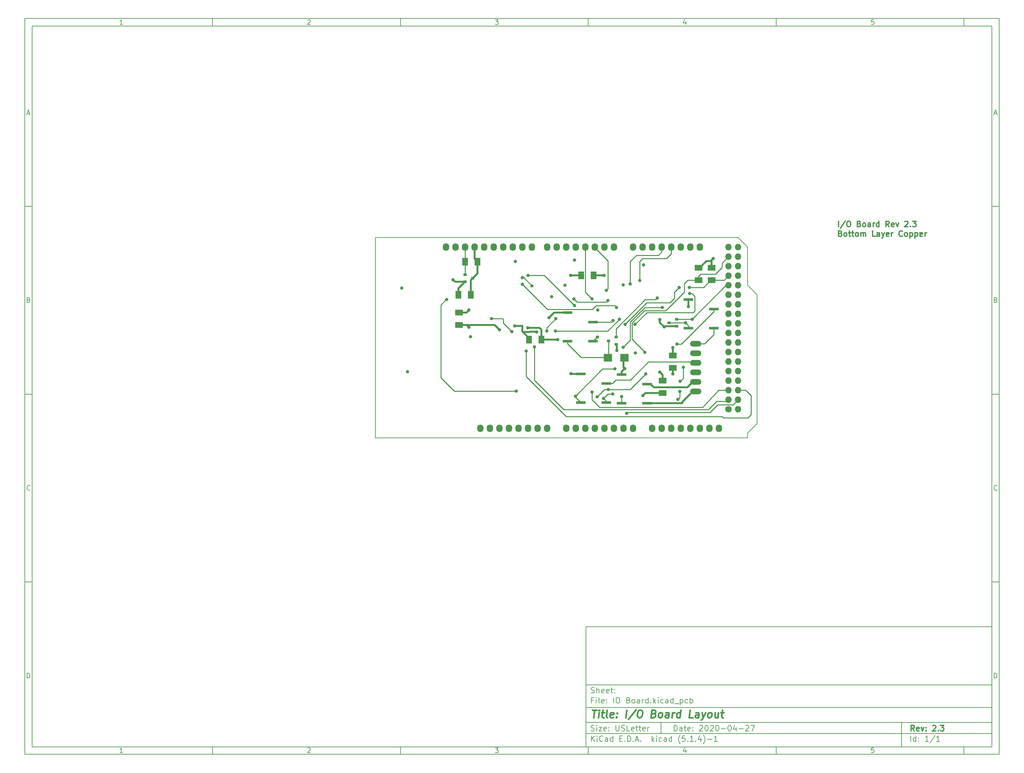
<source format=gbr>
G04 #@! TF.GenerationSoftware,KiCad,Pcbnew,(5.1.4)-1*
G04 #@! TF.CreationDate,2020-04-27T14:37:10-04:00*
G04 #@! TF.ProjectId,IO Board,494f2042-6f61-4726-942e-6b696361645f,2.3*
G04 #@! TF.SameCoordinates,Original*
G04 #@! TF.FileFunction,Copper,L4,Bot*
G04 #@! TF.FilePolarity,Positive*
%FSLAX46Y46*%
G04 Gerber Fmt 4.6, Leading zero omitted, Abs format (unit mm)*
G04 Created by KiCad (PCBNEW (5.1.4)-1) date 2020-04-27 14:37:10*
%MOMM*%
%LPD*%
G04 APERTURE LIST*
%ADD10C,0.100000*%
%ADD11C,0.150000*%
%ADD12C,0.300000*%
%ADD13C,0.400000*%
%ADD14R,2.200000X2.150000*%
%ADD15R,2.032000X1.524000*%
%ADD16R,0.900000X0.800000*%
%ADD17R,2.660000X0.800000*%
%ADD18C,1.727200*%
%ADD19O,1.727200X1.727200*%
%ADD20O,1.727200X2.032000*%
%ADD21R,1.524000X2.032000*%
%ADD22O,3.010000X1.510000*%
%ADD23C,0.889000*%
%ADD24C,0.508000*%
%ADD25C,0.254000*%
G04 APERTURE END LIST*
D10*
D11*
X159400000Y-171900000D02*
X159400000Y-203900000D01*
X267400000Y-203900000D01*
X267400000Y-171900000D01*
X159400000Y-171900000D01*
D10*
D11*
X10000000Y-10000000D02*
X10000000Y-205900000D01*
X269400000Y-205900000D01*
X269400000Y-10000000D01*
X10000000Y-10000000D01*
D10*
D11*
X12000000Y-12000000D02*
X12000000Y-203900000D01*
X267400000Y-203900000D01*
X267400000Y-12000000D01*
X12000000Y-12000000D01*
D10*
D11*
X60000000Y-12000000D02*
X60000000Y-10000000D01*
D10*
D11*
X110000000Y-12000000D02*
X110000000Y-10000000D01*
D10*
D11*
X160000000Y-12000000D02*
X160000000Y-10000000D01*
D10*
D11*
X210000000Y-12000000D02*
X210000000Y-10000000D01*
D10*
D11*
X260000000Y-12000000D02*
X260000000Y-10000000D01*
D10*
D11*
X36065476Y-11588095D02*
X35322619Y-11588095D01*
X35694047Y-11588095D02*
X35694047Y-10288095D01*
X35570238Y-10473809D01*
X35446428Y-10597619D01*
X35322619Y-10659523D01*
D10*
D11*
X85322619Y-10411904D02*
X85384523Y-10350000D01*
X85508333Y-10288095D01*
X85817857Y-10288095D01*
X85941666Y-10350000D01*
X86003571Y-10411904D01*
X86065476Y-10535714D01*
X86065476Y-10659523D01*
X86003571Y-10845238D01*
X85260714Y-11588095D01*
X86065476Y-11588095D01*
D10*
D11*
X135260714Y-10288095D02*
X136065476Y-10288095D01*
X135632142Y-10783333D01*
X135817857Y-10783333D01*
X135941666Y-10845238D01*
X136003571Y-10907142D01*
X136065476Y-11030952D01*
X136065476Y-11340476D01*
X136003571Y-11464285D01*
X135941666Y-11526190D01*
X135817857Y-11588095D01*
X135446428Y-11588095D01*
X135322619Y-11526190D01*
X135260714Y-11464285D01*
D10*
D11*
X185941666Y-10721428D02*
X185941666Y-11588095D01*
X185632142Y-10226190D02*
X185322619Y-11154761D01*
X186127380Y-11154761D01*
D10*
D11*
X236003571Y-10288095D02*
X235384523Y-10288095D01*
X235322619Y-10907142D01*
X235384523Y-10845238D01*
X235508333Y-10783333D01*
X235817857Y-10783333D01*
X235941666Y-10845238D01*
X236003571Y-10907142D01*
X236065476Y-11030952D01*
X236065476Y-11340476D01*
X236003571Y-11464285D01*
X235941666Y-11526190D01*
X235817857Y-11588095D01*
X235508333Y-11588095D01*
X235384523Y-11526190D01*
X235322619Y-11464285D01*
D10*
D11*
X60000000Y-203900000D02*
X60000000Y-205900000D01*
D10*
D11*
X110000000Y-203900000D02*
X110000000Y-205900000D01*
D10*
D11*
X160000000Y-203900000D02*
X160000000Y-205900000D01*
D10*
D11*
X210000000Y-203900000D02*
X210000000Y-205900000D01*
D10*
D11*
X260000000Y-203900000D02*
X260000000Y-205900000D01*
D10*
D11*
X36065476Y-205488095D02*
X35322619Y-205488095D01*
X35694047Y-205488095D02*
X35694047Y-204188095D01*
X35570238Y-204373809D01*
X35446428Y-204497619D01*
X35322619Y-204559523D01*
D10*
D11*
X85322619Y-204311904D02*
X85384523Y-204250000D01*
X85508333Y-204188095D01*
X85817857Y-204188095D01*
X85941666Y-204250000D01*
X86003571Y-204311904D01*
X86065476Y-204435714D01*
X86065476Y-204559523D01*
X86003571Y-204745238D01*
X85260714Y-205488095D01*
X86065476Y-205488095D01*
D10*
D11*
X135260714Y-204188095D02*
X136065476Y-204188095D01*
X135632142Y-204683333D01*
X135817857Y-204683333D01*
X135941666Y-204745238D01*
X136003571Y-204807142D01*
X136065476Y-204930952D01*
X136065476Y-205240476D01*
X136003571Y-205364285D01*
X135941666Y-205426190D01*
X135817857Y-205488095D01*
X135446428Y-205488095D01*
X135322619Y-205426190D01*
X135260714Y-205364285D01*
D10*
D11*
X185941666Y-204621428D02*
X185941666Y-205488095D01*
X185632142Y-204126190D02*
X185322619Y-205054761D01*
X186127380Y-205054761D01*
D10*
D11*
X236003571Y-204188095D02*
X235384523Y-204188095D01*
X235322619Y-204807142D01*
X235384523Y-204745238D01*
X235508333Y-204683333D01*
X235817857Y-204683333D01*
X235941666Y-204745238D01*
X236003571Y-204807142D01*
X236065476Y-204930952D01*
X236065476Y-205240476D01*
X236003571Y-205364285D01*
X235941666Y-205426190D01*
X235817857Y-205488095D01*
X235508333Y-205488095D01*
X235384523Y-205426190D01*
X235322619Y-205364285D01*
D10*
D11*
X10000000Y-60000000D02*
X12000000Y-60000000D01*
D10*
D11*
X10000000Y-110000000D02*
X12000000Y-110000000D01*
D10*
D11*
X10000000Y-160000000D02*
X12000000Y-160000000D01*
D10*
D11*
X10690476Y-35216666D02*
X11309523Y-35216666D01*
X10566666Y-35588095D02*
X11000000Y-34288095D01*
X11433333Y-35588095D01*
D10*
D11*
X11092857Y-84907142D02*
X11278571Y-84969047D01*
X11340476Y-85030952D01*
X11402380Y-85154761D01*
X11402380Y-85340476D01*
X11340476Y-85464285D01*
X11278571Y-85526190D01*
X11154761Y-85588095D01*
X10659523Y-85588095D01*
X10659523Y-84288095D01*
X11092857Y-84288095D01*
X11216666Y-84350000D01*
X11278571Y-84411904D01*
X11340476Y-84535714D01*
X11340476Y-84659523D01*
X11278571Y-84783333D01*
X11216666Y-84845238D01*
X11092857Y-84907142D01*
X10659523Y-84907142D01*
D10*
D11*
X11402380Y-135464285D02*
X11340476Y-135526190D01*
X11154761Y-135588095D01*
X11030952Y-135588095D01*
X10845238Y-135526190D01*
X10721428Y-135402380D01*
X10659523Y-135278571D01*
X10597619Y-135030952D01*
X10597619Y-134845238D01*
X10659523Y-134597619D01*
X10721428Y-134473809D01*
X10845238Y-134350000D01*
X11030952Y-134288095D01*
X11154761Y-134288095D01*
X11340476Y-134350000D01*
X11402380Y-134411904D01*
D10*
D11*
X10659523Y-185588095D02*
X10659523Y-184288095D01*
X10969047Y-184288095D01*
X11154761Y-184350000D01*
X11278571Y-184473809D01*
X11340476Y-184597619D01*
X11402380Y-184845238D01*
X11402380Y-185030952D01*
X11340476Y-185278571D01*
X11278571Y-185402380D01*
X11154761Y-185526190D01*
X10969047Y-185588095D01*
X10659523Y-185588095D01*
D10*
D11*
X269400000Y-60000000D02*
X267400000Y-60000000D01*
D10*
D11*
X269400000Y-110000000D02*
X267400000Y-110000000D01*
D10*
D11*
X269400000Y-160000000D02*
X267400000Y-160000000D01*
D10*
D11*
X268090476Y-35216666D02*
X268709523Y-35216666D01*
X267966666Y-35588095D02*
X268400000Y-34288095D01*
X268833333Y-35588095D01*
D10*
D11*
X268492857Y-84907142D02*
X268678571Y-84969047D01*
X268740476Y-85030952D01*
X268802380Y-85154761D01*
X268802380Y-85340476D01*
X268740476Y-85464285D01*
X268678571Y-85526190D01*
X268554761Y-85588095D01*
X268059523Y-85588095D01*
X268059523Y-84288095D01*
X268492857Y-84288095D01*
X268616666Y-84350000D01*
X268678571Y-84411904D01*
X268740476Y-84535714D01*
X268740476Y-84659523D01*
X268678571Y-84783333D01*
X268616666Y-84845238D01*
X268492857Y-84907142D01*
X268059523Y-84907142D01*
D10*
D11*
X268802380Y-135464285D02*
X268740476Y-135526190D01*
X268554761Y-135588095D01*
X268430952Y-135588095D01*
X268245238Y-135526190D01*
X268121428Y-135402380D01*
X268059523Y-135278571D01*
X267997619Y-135030952D01*
X267997619Y-134845238D01*
X268059523Y-134597619D01*
X268121428Y-134473809D01*
X268245238Y-134350000D01*
X268430952Y-134288095D01*
X268554761Y-134288095D01*
X268740476Y-134350000D01*
X268802380Y-134411904D01*
D10*
D11*
X268059523Y-185588095D02*
X268059523Y-184288095D01*
X268369047Y-184288095D01*
X268554761Y-184350000D01*
X268678571Y-184473809D01*
X268740476Y-184597619D01*
X268802380Y-184845238D01*
X268802380Y-185030952D01*
X268740476Y-185278571D01*
X268678571Y-185402380D01*
X268554761Y-185526190D01*
X268369047Y-185588095D01*
X268059523Y-185588095D01*
D10*
D11*
X182832142Y-199678571D02*
X182832142Y-198178571D01*
X183189285Y-198178571D01*
X183403571Y-198250000D01*
X183546428Y-198392857D01*
X183617857Y-198535714D01*
X183689285Y-198821428D01*
X183689285Y-199035714D01*
X183617857Y-199321428D01*
X183546428Y-199464285D01*
X183403571Y-199607142D01*
X183189285Y-199678571D01*
X182832142Y-199678571D01*
X184975000Y-199678571D02*
X184975000Y-198892857D01*
X184903571Y-198750000D01*
X184760714Y-198678571D01*
X184475000Y-198678571D01*
X184332142Y-198750000D01*
X184975000Y-199607142D02*
X184832142Y-199678571D01*
X184475000Y-199678571D01*
X184332142Y-199607142D01*
X184260714Y-199464285D01*
X184260714Y-199321428D01*
X184332142Y-199178571D01*
X184475000Y-199107142D01*
X184832142Y-199107142D01*
X184975000Y-199035714D01*
X185475000Y-198678571D02*
X186046428Y-198678571D01*
X185689285Y-198178571D02*
X185689285Y-199464285D01*
X185760714Y-199607142D01*
X185903571Y-199678571D01*
X186046428Y-199678571D01*
X187117857Y-199607142D02*
X186975000Y-199678571D01*
X186689285Y-199678571D01*
X186546428Y-199607142D01*
X186475000Y-199464285D01*
X186475000Y-198892857D01*
X186546428Y-198750000D01*
X186689285Y-198678571D01*
X186975000Y-198678571D01*
X187117857Y-198750000D01*
X187189285Y-198892857D01*
X187189285Y-199035714D01*
X186475000Y-199178571D01*
X187832142Y-199535714D02*
X187903571Y-199607142D01*
X187832142Y-199678571D01*
X187760714Y-199607142D01*
X187832142Y-199535714D01*
X187832142Y-199678571D01*
X187832142Y-198750000D02*
X187903571Y-198821428D01*
X187832142Y-198892857D01*
X187760714Y-198821428D01*
X187832142Y-198750000D01*
X187832142Y-198892857D01*
X189617857Y-198321428D02*
X189689285Y-198250000D01*
X189832142Y-198178571D01*
X190189285Y-198178571D01*
X190332142Y-198250000D01*
X190403571Y-198321428D01*
X190475000Y-198464285D01*
X190475000Y-198607142D01*
X190403571Y-198821428D01*
X189546428Y-199678571D01*
X190475000Y-199678571D01*
X191403571Y-198178571D02*
X191546428Y-198178571D01*
X191689285Y-198250000D01*
X191760714Y-198321428D01*
X191832142Y-198464285D01*
X191903571Y-198750000D01*
X191903571Y-199107142D01*
X191832142Y-199392857D01*
X191760714Y-199535714D01*
X191689285Y-199607142D01*
X191546428Y-199678571D01*
X191403571Y-199678571D01*
X191260714Y-199607142D01*
X191189285Y-199535714D01*
X191117857Y-199392857D01*
X191046428Y-199107142D01*
X191046428Y-198750000D01*
X191117857Y-198464285D01*
X191189285Y-198321428D01*
X191260714Y-198250000D01*
X191403571Y-198178571D01*
X192475000Y-198321428D02*
X192546428Y-198250000D01*
X192689285Y-198178571D01*
X193046428Y-198178571D01*
X193189285Y-198250000D01*
X193260714Y-198321428D01*
X193332142Y-198464285D01*
X193332142Y-198607142D01*
X193260714Y-198821428D01*
X192403571Y-199678571D01*
X193332142Y-199678571D01*
X194260714Y-198178571D02*
X194403571Y-198178571D01*
X194546428Y-198250000D01*
X194617857Y-198321428D01*
X194689285Y-198464285D01*
X194760714Y-198750000D01*
X194760714Y-199107142D01*
X194689285Y-199392857D01*
X194617857Y-199535714D01*
X194546428Y-199607142D01*
X194403571Y-199678571D01*
X194260714Y-199678571D01*
X194117857Y-199607142D01*
X194046428Y-199535714D01*
X193975000Y-199392857D01*
X193903571Y-199107142D01*
X193903571Y-198750000D01*
X193975000Y-198464285D01*
X194046428Y-198321428D01*
X194117857Y-198250000D01*
X194260714Y-198178571D01*
X195403571Y-199107142D02*
X196546428Y-199107142D01*
X197546428Y-198178571D02*
X197689285Y-198178571D01*
X197832142Y-198250000D01*
X197903571Y-198321428D01*
X197975000Y-198464285D01*
X198046428Y-198750000D01*
X198046428Y-199107142D01*
X197975000Y-199392857D01*
X197903571Y-199535714D01*
X197832142Y-199607142D01*
X197689285Y-199678571D01*
X197546428Y-199678571D01*
X197403571Y-199607142D01*
X197332142Y-199535714D01*
X197260714Y-199392857D01*
X197189285Y-199107142D01*
X197189285Y-198750000D01*
X197260714Y-198464285D01*
X197332142Y-198321428D01*
X197403571Y-198250000D01*
X197546428Y-198178571D01*
X199332142Y-198678571D02*
X199332142Y-199678571D01*
X198975000Y-198107142D02*
X198617857Y-199178571D01*
X199546428Y-199178571D01*
X200117857Y-199107142D02*
X201260714Y-199107142D01*
X201903571Y-198321428D02*
X201975000Y-198250000D01*
X202117857Y-198178571D01*
X202475000Y-198178571D01*
X202617857Y-198250000D01*
X202689285Y-198321428D01*
X202760714Y-198464285D01*
X202760714Y-198607142D01*
X202689285Y-198821428D01*
X201832142Y-199678571D01*
X202760714Y-199678571D01*
X203260714Y-198178571D02*
X204260714Y-198178571D01*
X203617857Y-199678571D01*
D10*
D11*
X159400000Y-200400000D02*
X267400000Y-200400000D01*
D10*
D11*
X160832142Y-202478571D02*
X160832142Y-200978571D01*
X161689285Y-202478571D02*
X161046428Y-201621428D01*
X161689285Y-200978571D02*
X160832142Y-201835714D01*
X162332142Y-202478571D02*
X162332142Y-201478571D01*
X162332142Y-200978571D02*
X162260714Y-201050000D01*
X162332142Y-201121428D01*
X162403571Y-201050000D01*
X162332142Y-200978571D01*
X162332142Y-201121428D01*
X163903571Y-202335714D02*
X163832142Y-202407142D01*
X163617857Y-202478571D01*
X163475000Y-202478571D01*
X163260714Y-202407142D01*
X163117857Y-202264285D01*
X163046428Y-202121428D01*
X162975000Y-201835714D01*
X162975000Y-201621428D01*
X163046428Y-201335714D01*
X163117857Y-201192857D01*
X163260714Y-201050000D01*
X163475000Y-200978571D01*
X163617857Y-200978571D01*
X163832142Y-201050000D01*
X163903571Y-201121428D01*
X165189285Y-202478571D02*
X165189285Y-201692857D01*
X165117857Y-201550000D01*
X164975000Y-201478571D01*
X164689285Y-201478571D01*
X164546428Y-201550000D01*
X165189285Y-202407142D02*
X165046428Y-202478571D01*
X164689285Y-202478571D01*
X164546428Y-202407142D01*
X164475000Y-202264285D01*
X164475000Y-202121428D01*
X164546428Y-201978571D01*
X164689285Y-201907142D01*
X165046428Y-201907142D01*
X165189285Y-201835714D01*
X166546428Y-202478571D02*
X166546428Y-200978571D01*
X166546428Y-202407142D02*
X166403571Y-202478571D01*
X166117857Y-202478571D01*
X165975000Y-202407142D01*
X165903571Y-202335714D01*
X165832142Y-202192857D01*
X165832142Y-201764285D01*
X165903571Y-201621428D01*
X165975000Y-201550000D01*
X166117857Y-201478571D01*
X166403571Y-201478571D01*
X166546428Y-201550000D01*
X168403571Y-201692857D02*
X168903571Y-201692857D01*
X169117857Y-202478571D02*
X168403571Y-202478571D01*
X168403571Y-200978571D01*
X169117857Y-200978571D01*
X169760714Y-202335714D02*
X169832142Y-202407142D01*
X169760714Y-202478571D01*
X169689285Y-202407142D01*
X169760714Y-202335714D01*
X169760714Y-202478571D01*
X170475000Y-202478571D02*
X170475000Y-200978571D01*
X170832142Y-200978571D01*
X171046428Y-201050000D01*
X171189285Y-201192857D01*
X171260714Y-201335714D01*
X171332142Y-201621428D01*
X171332142Y-201835714D01*
X171260714Y-202121428D01*
X171189285Y-202264285D01*
X171046428Y-202407142D01*
X170832142Y-202478571D01*
X170475000Y-202478571D01*
X171975000Y-202335714D02*
X172046428Y-202407142D01*
X171975000Y-202478571D01*
X171903571Y-202407142D01*
X171975000Y-202335714D01*
X171975000Y-202478571D01*
X172617857Y-202050000D02*
X173332142Y-202050000D01*
X172475000Y-202478571D02*
X172975000Y-200978571D01*
X173475000Y-202478571D01*
X173975000Y-202335714D02*
X174046428Y-202407142D01*
X173975000Y-202478571D01*
X173903571Y-202407142D01*
X173975000Y-202335714D01*
X173975000Y-202478571D01*
X176975000Y-202478571D02*
X176975000Y-200978571D01*
X177117857Y-201907142D02*
X177546428Y-202478571D01*
X177546428Y-201478571D02*
X176975000Y-202050000D01*
X178189285Y-202478571D02*
X178189285Y-201478571D01*
X178189285Y-200978571D02*
X178117857Y-201050000D01*
X178189285Y-201121428D01*
X178260714Y-201050000D01*
X178189285Y-200978571D01*
X178189285Y-201121428D01*
X179546428Y-202407142D02*
X179403571Y-202478571D01*
X179117857Y-202478571D01*
X178975000Y-202407142D01*
X178903571Y-202335714D01*
X178832142Y-202192857D01*
X178832142Y-201764285D01*
X178903571Y-201621428D01*
X178975000Y-201550000D01*
X179117857Y-201478571D01*
X179403571Y-201478571D01*
X179546428Y-201550000D01*
X180832142Y-202478571D02*
X180832142Y-201692857D01*
X180760714Y-201550000D01*
X180617857Y-201478571D01*
X180332142Y-201478571D01*
X180189285Y-201550000D01*
X180832142Y-202407142D02*
X180689285Y-202478571D01*
X180332142Y-202478571D01*
X180189285Y-202407142D01*
X180117857Y-202264285D01*
X180117857Y-202121428D01*
X180189285Y-201978571D01*
X180332142Y-201907142D01*
X180689285Y-201907142D01*
X180832142Y-201835714D01*
X182189285Y-202478571D02*
X182189285Y-200978571D01*
X182189285Y-202407142D02*
X182046428Y-202478571D01*
X181760714Y-202478571D01*
X181617857Y-202407142D01*
X181546428Y-202335714D01*
X181475000Y-202192857D01*
X181475000Y-201764285D01*
X181546428Y-201621428D01*
X181617857Y-201550000D01*
X181760714Y-201478571D01*
X182046428Y-201478571D01*
X182189285Y-201550000D01*
X184475000Y-203050000D02*
X184403571Y-202978571D01*
X184260714Y-202764285D01*
X184189285Y-202621428D01*
X184117857Y-202407142D01*
X184046428Y-202050000D01*
X184046428Y-201764285D01*
X184117857Y-201407142D01*
X184189285Y-201192857D01*
X184260714Y-201050000D01*
X184403571Y-200835714D01*
X184475000Y-200764285D01*
X185760714Y-200978571D02*
X185046428Y-200978571D01*
X184975000Y-201692857D01*
X185046428Y-201621428D01*
X185189285Y-201550000D01*
X185546428Y-201550000D01*
X185689285Y-201621428D01*
X185760714Y-201692857D01*
X185832142Y-201835714D01*
X185832142Y-202192857D01*
X185760714Y-202335714D01*
X185689285Y-202407142D01*
X185546428Y-202478571D01*
X185189285Y-202478571D01*
X185046428Y-202407142D01*
X184975000Y-202335714D01*
X186475000Y-202335714D02*
X186546428Y-202407142D01*
X186475000Y-202478571D01*
X186403571Y-202407142D01*
X186475000Y-202335714D01*
X186475000Y-202478571D01*
X187975000Y-202478571D02*
X187117857Y-202478571D01*
X187546428Y-202478571D02*
X187546428Y-200978571D01*
X187403571Y-201192857D01*
X187260714Y-201335714D01*
X187117857Y-201407142D01*
X188617857Y-202335714D02*
X188689285Y-202407142D01*
X188617857Y-202478571D01*
X188546428Y-202407142D01*
X188617857Y-202335714D01*
X188617857Y-202478571D01*
X189975000Y-201478571D02*
X189975000Y-202478571D01*
X189617857Y-200907142D02*
X189260714Y-201978571D01*
X190189285Y-201978571D01*
X190617857Y-203050000D02*
X190689285Y-202978571D01*
X190832142Y-202764285D01*
X190903571Y-202621428D01*
X190975000Y-202407142D01*
X191046428Y-202050000D01*
X191046428Y-201764285D01*
X190975000Y-201407142D01*
X190903571Y-201192857D01*
X190832142Y-201050000D01*
X190689285Y-200835714D01*
X190617857Y-200764285D01*
X191760714Y-201907142D02*
X192903571Y-201907142D01*
X194403571Y-202478571D02*
X193546428Y-202478571D01*
X193975000Y-202478571D02*
X193975000Y-200978571D01*
X193832142Y-201192857D01*
X193689285Y-201335714D01*
X193546428Y-201407142D01*
D10*
D11*
X159400000Y-197400000D02*
X267400000Y-197400000D01*
D10*
D12*
X246809285Y-199678571D02*
X246309285Y-198964285D01*
X245952142Y-199678571D02*
X245952142Y-198178571D01*
X246523571Y-198178571D01*
X246666428Y-198250000D01*
X246737857Y-198321428D01*
X246809285Y-198464285D01*
X246809285Y-198678571D01*
X246737857Y-198821428D01*
X246666428Y-198892857D01*
X246523571Y-198964285D01*
X245952142Y-198964285D01*
X248023571Y-199607142D02*
X247880714Y-199678571D01*
X247595000Y-199678571D01*
X247452142Y-199607142D01*
X247380714Y-199464285D01*
X247380714Y-198892857D01*
X247452142Y-198750000D01*
X247595000Y-198678571D01*
X247880714Y-198678571D01*
X248023571Y-198750000D01*
X248095000Y-198892857D01*
X248095000Y-199035714D01*
X247380714Y-199178571D01*
X248595000Y-198678571D02*
X248952142Y-199678571D01*
X249309285Y-198678571D01*
X249880714Y-199535714D02*
X249952142Y-199607142D01*
X249880714Y-199678571D01*
X249809285Y-199607142D01*
X249880714Y-199535714D01*
X249880714Y-199678571D01*
X249880714Y-198750000D02*
X249952142Y-198821428D01*
X249880714Y-198892857D01*
X249809285Y-198821428D01*
X249880714Y-198750000D01*
X249880714Y-198892857D01*
X251666428Y-198321428D02*
X251737857Y-198250000D01*
X251880714Y-198178571D01*
X252237857Y-198178571D01*
X252380714Y-198250000D01*
X252452142Y-198321428D01*
X252523571Y-198464285D01*
X252523571Y-198607142D01*
X252452142Y-198821428D01*
X251595000Y-199678571D01*
X252523571Y-199678571D01*
X253166428Y-199535714D02*
X253237857Y-199607142D01*
X253166428Y-199678571D01*
X253095000Y-199607142D01*
X253166428Y-199535714D01*
X253166428Y-199678571D01*
X253737857Y-198178571D02*
X254666428Y-198178571D01*
X254166428Y-198750000D01*
X254380714Y-198750000D01*
X254523571Y-198821428D01*
X254595000Y-198892857D01*
X254666428Y-199035714D01*
X254666428Y-199392857D01*
X254595000Y-199535714D01*
X254523571Y-199607142D01*
X254380714Y-199678571D01*
X253952142Y-199678571D01*
X253809285Y-199607142D01*
X253737857Y-199535714D01*
D10*
D11*
X160760714Y-199607142D02*
X160975000Y-199678571D01*
X161332142Y-199678571D01*
X161475000Y-199607142D01*
X161546428Y-199535714D01*
X161617857Y-199392857D01*
X161617857Y-199250000D01*
X161546428Y-199107142D01*
X161475000Y-199035714D01*
X161332142Y-198964285D01*
X161046428Y-198892857D01*
X160903571Y-198821428D01*
X160832142Y-198750000D01*
X160760714Y-198607142D01*
X160760714Y-198464285D01*
X160832142Y-198321428D01*
X160903571Y-198250000D01*
X161046428Y-198178571D01*
X161403571Y-198178571D01*
X161617857Y-198250000D01*
X162260714Y-199678571D02*
X162260714Y-198678571D01*
X162260714Y-198178571D02*
X162189285Y-198250000D01*
X162260714Y-198321428D01*
X162332142Y-198250000D01*
X162260714Y-198178571D01*
X162260714Y-198321428D01*
X162832142Y-198678571D02*
X163617857Y-198678571D01*
X162832142Y-199678571D01*
X163617857Y-199678571D01*
X164760714Y-199607142D02*
X164617857Y-199678571D01*
X164332142Y-199678571D01*
X164189285Y-199607142D01*
X164117857Y-199464285D01*
X164117857Y-198892857D01*
X164189285Y-198750000D01*
X164332142Y-198678571D01*
X164617857Y-198678571D01*
X164760714Y-198750000D01*
X164832142Y-198892857D01*
X164832142Y-199035714D01*
X164117857Y-199178571D01*
X165475000Y-199535714D02*
X165546428Y-199607142D01*
X165475000Y-199678571D01*
X165403571Y-199607142D01*
X165475000Y-199535714D01*
X165475000Y-199678571D01*
X165475000Y-198750000D02*
X165546428Y-198821428D01*
X165475000Y-198892857D01*
X165403571Y-198821428D01*
X165475000Y-198750000D01*
X165475000Y-198892857D01*
X167332142Y-198178571D02*
X167332142Y-199392857D01*
X167403571Y-199535714D01*
X167475000Y-199607142D01*
X167617857Y-199678571D01*
X167903571Y-199678571D01*
X168046428Y-199607142D01*
X168117857Y-199535714D01*
X168189285Y-199392857D01*
X168189285Y-198178571D01*
X168832142Y-199607142D02*
X169046428Y-199678571D01*
X169403571Y-199678571D01*
X169546428Y-199607142D01*
X169617857Y-199535714D01*
X169689285Y-199392857D01*
X169689285Y-199250000D01*
X169617857Y-199107142D01*
X169546428Y-199035714D01*
X169403571Y-198964285D01*
X169117857Y-198892857D01*
X168975000Y-198821428D01*
X168903571Y-198750000D01*
X168832142Y-198607142D01*
X168832142Y-198464285D01*
X168903571Y-198321428D01*
X168975000Y-198250000D01*
X169117857Y-198178571D01*
X169475000Y-198178571D01*
X169689285Y-198250000D01*
X171046428Y-199678571D02*
X170332142Y-199678571D01*
X170332142Y-198178571D01*
X172117857Y-199607142D02*
X171975000Y-199678571D01*
X171689285Y-199678571D01*
X171546428Y-199607142D01*
X171475000Y-199464285D01*
X171475000Y-198892857D01*
X171546428Y-198750000D01*
X171689285Y-198678571D01*
X171975000Y-198678571D01*
X172117857Y-198750000D01*
X172189285Y-198892857D01*
X172189285Y-199035714D01*
X171475000Y-199178571D01*
X172617857Y-198678571D02*
X173189285Y-198678571D01*
X172832142Y-198178571D02*
X172832142Y-199464285D01*
X172903571Y-199607142D01*
X173046428Y-199678571D01*
X173189285Y-199678571D01*
X173475000Y-198678571D02*
X174046428Y-198678571D01*
X173689285Y-198178571D02*
X173689285Y-199464285D01*
X173760714Y-199607142D01*
X173903571Y-199678571D01*
X174046428Y-199678571D01*
X175117857Y-199607142D02*
X174975000Y-199678571D01*
X174689285Y-199678571D01*
X174546428Y-199607142D01*
X174475000Y-199464285D01*
X174475000Y-198892857D01*
X174546428Y-198750000D01*
X174689285Y-198678571D01*
X174975000Y-198678571D01*
X175117857Y-198750000D01*
X175189285Y-198892857D01*
X175189285Y-199035714D01*
X174475000Y-199178571D01*
X175832142Y-199678571D02*
X175832142Y-198678571D01*
X175832142Y-198964285D02*
X175903571Y-198821428D01*
X175975000Y-198750000D01*
X176117857Y-198678571D01*
X176260714Y-198678571D01*
D10*
D11*
X245832142Y-202478571D02*
X245832142Y-200978571D01*
X247189285Y-202478571D02*
X247189285Y-200978571D01*
X247189285Y-202407142D02*
X247046428Y-202478571D01*
X246760714Y-202478571D01*
X246617857Y-202407142D01*
X246546428Y-202335714D01*
X246475000Y-202192857D01*
X246475000Y-201764285D01*
X246546428Y-201621428D01*
X246617857Y-201550000D01*
X246760714Y-201478571D01*
X247046428Y-201478571D01*
X247189285Y-201550000D01*
X247903571Y-202335714D02*
X247975000Y-202407142D01*
X247903571Y-202478571D01*
X247832142Y-202407142D01*
X247903571Y-202335714D01*
X247903571Y-202478571D01*
X247903571Y-201550000D02*
X247975000Y-201621428D01*
X247903571Y-201692857D01*
X247832142Y-201621428D01*
X247903571Y-201550000D01*
X247903571Y-201692857D01*
X250546428Y-202478571D02*
X249689285Y-202478571D01*
X250117857Y-202478571D02*
X250117857Y-200978571D01*
X249975000Y-201192857D01*
X249832142Y-201335714D01*
X249689285Y-201407142D01*
X252260714Y-200907142D02*
X250975000Y-202835714D01*
X253546428Y-202478571D02*
X252689285Y-202478571D01*
X253117857Y-202478571D02*
X253117857Y-200978571D01*
X252975000Y-201192857D01*
X252832142Y-201335714D01*
X252689285Y-201407142D01*
D10*
D11*
X159400000Y-193400000D02*
X267400000Y-193400000D01*
D10*
D13*
X161112380Y-194104761D02*
X162255238Y-194104761D01*
X161433809Y-196104761D02*
X161683809Y-194104761D01*
X162671904Y-196104761D02*
X162838571Y-194771428D01*
X162921904Y-194104761D02*
X162814761Y-194200000D01*
X162898095Y-194295238D01*
X163005238Y-194200000D01*
X162921904Y-194104761D01*
X162898095Y-194295238D01*
X163505238Y-194771428D02*
X164267142Y-194771428D01*
X163874285Y-194104761D02*
X163660000Y-195819047D01*
X163731428Y-196009523D01*
X163910000Y-196104761D01*
X164100476Y-196104761D01*
X165052857Y-196104761D02*
X164874285Y-196009523D01*
X164802857Y-195819047D01*
X165017142Y-194104761D01*
X166588571Y-196009523D02*
X166386190Y-196104761D01*
X166005238Y-196104761D01*
X165826666Y-196009523D01*
X165755238Y-195819047D01*
X165850476Y-195057142D01*
X165969523Y-194866666D01*
X166171904Y-194771428D01*
X166552857Y-194771428D01*
X166731428Y-194866666D01*
X166802857Y-195057142D01*
X166779047Y-195247619D01*
X165802857Y-195438095D01*
X167552857Y-195914285D02*
X167636190Y-196009523D01*
X167529047Y-196104761D01*
X167445714Y-196009523D01*
X167552857Y-195914285D01*
X167529047Y-196104761D01*
X167683809Y-194866666D02*
X167767142Y-194961904D01*
X167660000Y-195057142D01*
X167576666Y-194961904D01*
X167683809Y-194866666D01*
X167660000Y-195057142D01*
X170005238Y-196104761D02*
X170255238Y-194104761D01*
X172648095Y-194009523D02*
X170612380Y-196580952D01*
X173683809Y-194104761D02*
X174064761Y-194104761D01*
X174243333Y-194200000D01*
X174410000Y-194390476D01*
X174457619Y-194771428D01*
X174374285Y-195438095D01*
X174231428Y-195819047D01*
X174017142Y-196009523D01*
X173814761Y-196104761D01*
X173433809Y-196104761D01*
X173255238Y-196009523D01*
X173088571Y-195819047D01*
X173040952Y-195438095D01*
X173124285Y-194771428D01*
X173267142Y-194390476D01*
X173481428Y-194200000D01*
X173683809Y-194104761D01*
X177469523Y-195057142D02*
X177743333Y-195152380D01*
X177826666Y-195247619D01*
X177898095Y-195438095D01*
X177862380Y-195723809D01*
X177743333Y-195914285D01*
X177636190Y-196009523D01*
X177433809Y-196104761D01*
X176671904Y-196104761D01*
X176921904Y-194104761D01*
X177588571Y-194104761D01*
X177767142Y-194200000D01*
X177850476Y-194295238D01*
X177921904Y-194485714D01*
X177898095Y-194676190D01*
X177779047Y-194866666D01*
X177671904Y-194961904D01*
X177469523Y-195057142D01*
X176802857Y-195057142D01*
X178957619Y-196104761D02*
X178779047Y-196009523D01*
X178695714Y-195914285D01*
X178624285Y-195723809D01*
X178695714Y-195152380D01*
X178814761Y-194961904D01*
X178921904Y-194866666D01*
X179124285Y-194771428D01*
X179410000Y-194771428D01*
X179588571Y-194866666D01*
X179671904Y-194961904D01*
X179743333Y-195152380D01*
X179671904Y-195723809D01*
X179552857Y-195914285D01*
X179445714Y-196009523D01*
X179243333Y-196104761D01*
X178957619Y-196104761D01*
X181338571Y-196104761D02*
X181469523Y-195057142D01*
X181398095Y-194866666D01*
X181219523Y-194771428D01*
X180838571Y-194771428D01*
X180636190Y-194866666D01*
X181350476Y-196009523D02*
X181148095Y-196104761D01*
X180671904Y-196104761D01*
X180493333Y-196009523D01*
X180421904Y-195819047D01*
X180445714Y-195628571D01*
X180564761Y-195438095D01*
X180767142Y-195342857D01*
X181243333Y-195342857D01*
X181445714Y-195247619D01*
X182290952Y-196104761D02*
X182457619Y-194771428D01*
X182410000Y-195152380D02*
X182529047Y-194961904D01*
X182636190Y-194866666D01*
X182838571Y-194771428D01*
X183029047Y-194771428D01*
X184386190Y-196104761D02*
X184636190Y-194104761D01*
X184398095Y-196009523D02*
X184195714Y-196104761D01*
X183814761Y-196104761D01*
X183636190Y-196009523D01*
X183552857Y-195914285D01*
X183481428Y-195723809D01*
X183552857Y-195152380D01*
X183671904Y-194961904D01*
X183779047Y-194866666D01*
X183981428Y-194771428D01*
X184362380Y-194771428D01*
X184540952Y-194866666D01*
X187814761Y-196104761D02*
X186862380Y-196104761D01*
X187112380Y-194104761D01*
X189338571Y-196104761D02*
X189469523Y-195057142D01*
X189398095Y-194866666D01*
X189219523Y-194771428D01*
X188838571Y-194771428D01*
X188636190Y-194866666D01*
X189350476Y-196009523D02*
X189148095Y-196104761D01*
X188671904Y-196104761D01*
X188493333Y-196009523D01*
X188421904Y-195819047D01*
X188445714Y-195628571D01*
X188564761Y-195438095D01*
X188767142Y-195342857D01*
X189243333Y-195342857D01*
X189445714Y-195247619D01*
X190267142Y-194771428D02*
X190576666Y-196104761D01*
X191219523Y-194771428D02*
X190576666Y-196104761D01*
X190326666Y-196580952D01*
X190219523Y-196676190D01*
X190017142Y-196771428D01*
X192100476Y-196104761D02*
X191921904Y-196009523D01*
X191838571Y-195914285D01*
X191767142Y-195723809D01*
X191838571Y-195152380D01*
X191957619Y-194961904D01*
X192064761Y-194866666D01*
X192267142Y-194771428D01*
X192552857Y-194771428D01*
X192731428Y-194866666D01*
X192814761Y-194961904D01*
X192886190Y-195152380D01*
X192814761Y-195723809D01*
X192695714Y-195914285D01*
X192588571Y-196009523D01*
X192386190Y-196104761D01*
X192100476Y-196104761D01*
X194648095Y-194771428D02*
X194481428Y-196104761D01*
X193790952Y-194771428D02*
X193660000Y-195819047D01*
X193731428Y-196009523D01*
X193910000Y-196104761D01*
X194195714Y-196104761D01*
X194398095Y-196009523D01*
X194505238Y-195914285D01*
X195314761Y-194771428D02*
X196076666Y-194771428D01*
X195683809Y-194104761D02*
X195469523Y-195819047D01*
X195540952Y-196009523D01*
X195719523Y-196104761D01*
X195910000Y-196104761D01*
D10*
D11*
X161332142Y-191492857D02*
X160832142Y-191492857D01*
X160832142Y-192278571D02*
X160832142Y-190778571D01*
X161546428Y-190778571D01*
X162117857Y-192278571D02*
X162117857Y-191278571D01*
X162117857Y-190778571D02*
X162046428Y-190850000D01*
X162117857Y-190921428D01*
X162189285Y-190850000D01*
X162117857Y-190778571D01*
X162117857Y-190921428D01*
X163046428Y-192278571D02*
X162903571Y-192207142D01*
X162832142Y-192064285D01*
X162832142Y-190778571D01*
X164189285Y-192207142D02*
X164046428Y-192278571D01*
X163760714Y-192278571D01*
X163617857Y-192207142D01*
X163546428Y-192064285D01*
X163546428Y-191492857D01*
X163617857Y-191350000D01*
X163760714Y-191278571D01*
X164046428Y-191278571D01*
X164189285Y-191350000D01*
X164260714Y-191492857D01*
X164260714Y-191635714D01*
X163546428Y-191778571D01*
X164903571Y-192135714D02*
X164975000Y-192207142D01*
X164903571Y-192278571D01*
X164832142Y-192207142D01*
X164903571Y-192135714D01*
X164903571Y-192278571D01*
X164903571Y-191350000D02*
X164975000Y-191421428D01*
X164903571Y-191492857D01*
X164832142Y-191421428D01*
X164903571Y-191350000D01*
X164903571Y-191492857D01*
X166760714Y-192278571D02*
X166760714Y-190778571D01*
X167760714Y-190778571D02*
X168046428Y-190778571D01*
X168189285Y-190850000D01*
X168332142Y-190992857D01*
X168403571Y-191278571D01*
X168403571Y-191778571D01*
X168332142Y-192064285D01*
X168189285Y-192207142D01*
X168046428Y-192278571D01*
X167760714Y-192278571D01*
X167617857Y-192207142D01*
X167475000Y-192064285D01*
X167403571Y-191778571D01*
X167403571Y-191278571D01*
X167475000Y-190992857D01*
X167617857Y-190850000D01*
X167760714Y-190778571D01*
X170689285Y-191492857D02*
X170903571Y-191564285D01*
X170975000Y-191635714D01*
X171046428Y-191778571D01*
X171046428Y-191992857D01*
X170975000Y-192135714D01*
X170903571Y-192207142D01*
X170760714Y-192278571D01*
X170189285Y-192278571D01*
X170189285Y-190778571D01*
X170689285Y-190778571D01*
X170832142Y-190850000D01*
X170903571Y-190921428D01*
X170975000Y-191064285D01*
X170975000Y-191207142D01*
X170903571Y-191350000D01*
X170832142Y-191421428D01*
X170689285Y-191492857D01*
X170189285Y-191492857D01*
X171903571Y-192278571D02*
X171760714Y-192207142D01*
X171689285Y-192135714D01*
X171617857Y-191992857D01*
X171617857Y-191564285D01*
X171689285Y-191421428D01*
X171760714Y-191350000D01*
X171903571Y-191278571D01*
X172117857Y-191278571D01*
X172260714Y-191350000D01*
X172332142Y-191421428D01*
X172403571Y-191564285D01*
X172403571Y-191992857D01*
X172332142Y-192135714D01*
X172260714Y-192207142D01*
X172117857Y-192278571D01*
X171903571Y-192278571D01*
X173689285Y-192278571D02*
X173689285Y-191492857D01*
X173617857Y-191350000D01*
X173475000Y-191278571D01*
X173189285Y-191278571D01*
X173046428Y-191350000D01*
X173689285Y-192207142D02*
X173546428Y-192278571D01*
X173189285Y-192278571D01*
X173046428Y-192207142D01*
X172975000Y-192064285D01*
X172975000Y-191921428D01*
X173046428Y-191778571D01*
X173189285Y-191707142D01*
X173546428Y-191707142D01*
X173689285Y-191635714D01*
X174403571Y-192278571D02*
X174403571Y-191278571D01*
X174403571Y-191564285D02*
X174475000Y-191421428D01*
X174546428Y-191350000D01*
X174689285Y-191278571D01*
X174832142Y-191278571D01*
X175975000Y-192278571D02*
X175975000Y-190778571D01*
X175975000Y-192207142D02*
X175832142Y-192278571D01*
X175546428Y-192278571D01*
X175403571Y-192207142D01*
X175332142Y-192135714D01*
X175260714Y-191992857D01*
X175260714Y-191564285D01*
X175332142Y-191421428D01*
X175403571Y-191350000D01*
X175546428Y-191278571D01*
X175832142Y-191278571D01*
X175975000Y-191350000D01*
X176689285Y-192135714D02*
X176760714Y-192207142D01*
X176689285Y-192278571D01*
X176617857Y-192207142D01*
X176689285Y-192135714D01*
X176689285Y-192278571D01*
X177403571Y-192278571D02*
X177403571Y-190778571D01*
X177546428Y-191707142D02*
X177975000Y-192278571D01*
X177975000Y-191278571D02*
X177403571Y-191850000D01*
X178617857Y-192278571D02*
X178617857Y-191278571D01*
X178617857Y-190778571D02*
X178546428Y-190850000D01*
X178617857Y-190921428D01*
X178689285Y-190850000D01*
X178617857Y-190778571D01*
X178617857Y-190921428D01*
X179975000Y-192207142D02*
X179832142Y-192278571D01*
X179546428Y-192278571D01*
X179403571Y-192207142D01*
X179332142Y-192135714D01*
X179260714Y-191992857D01*
X179260714Y-191564285D01*
X179332142Y-191421428D01*
X179403571Y-191350000D01*
X179546428Y-191278571D01*
X179832142Y-191278571D01*
X179975000Y-191350000D01*
X181260714Y-192278571D02*
X181260714Y-191492857D01*
X181189285Y-191350000D01*
X181046428Y-191278571D01*
X180760714Y-191278571D01*
X180617857Y-191350000D01*
X181260714Y-192207142D02*
X181117857Y-192278571D01*
X180760714Y-192278571D01*
X180617857Y-192207142D01*
X180546428Y-192064285D01*
X180546428Y-191921428D01*
X180617857Y-191778571D01*
X180760714Y-191707142D01*
X181117857Y-191707142D01*
X181260714Y-191635714D01*
X182617857Y-192278571D02*
X182617857Y-190778571D01*
X182617857Y-192207142D02*
X182475000Y-192278571D01*
X182189285Y-192278571D01*
X182046428Y-192207142D01*
X181975000Y-192135714D01*
X181903571Y-191992857D01*
X181903571Y-191564285D01*
X181975000Y-191421428D01*
X182046428Y-191350000D01*
X182189285Y-191278571D01*
X182475000Y-191278571D01*
X182617857Y-191350000D01*
X182975000Y-192421428D02*
X184117857Y-192421428D01*
X184475000Y-191278571D02*
X184475000Y-192778571D01*
X184475000Y-191350000D02*
X184617857Y-191278571D01*
X184903571Y-191278571D01*
X185046428Y-191350000D01*
X185117857Y-191421428D01*
X185189285Y-191564285D01*
X185189285Y-191992857D01*
X185117857Y-192135714D01*
X185046428Y-192207142D01*
X184903571Y-192278571D01*
X184617857Y-192278571D01*
X184475000Y-192207142D01*
X186475000Y-192207142D02*
X186332142Y-192278571D01*
X186046428Y-192278571D01*
X185903571Y-192207142D01*
X185832142Y-192135714D01*
X185760714Y-191992857D01*
X185760714Y-191564285D01*
X185832142Y-191421428D01*
X185903571Y-191350000D01*
X186046428Y-191278571D01*
X186332142Y-191278571D01*
X186475000Y-191350000D01*
X187117857Y-192278571D02*
X187117857Y-190778571D01*
X187117857Y-191350000D02*
X187260714Y-191278571D01*
X187546428Y-191278571D01*
X187689285Y-191350000D01*
X187760714Y-191421428D01*
X187832142Y-191564285D01*
X187832142Y-191992857D01*
X187760714Y-192135714D01*
X187689285Y-192207142D01*
X187546428Y-192278571D01*
X187260714Y-192278571D01*
X187117857Y-192207142D01*
D10*
D11*
X159400000Y-187400000D02*
X267400000Y-187400000D01*
D10*
D11*
X160760714Y-189507142D02*
X160975000Y-189578571D01*
X161332142Y-189578571D01*
X161475000Y-189507142D01*
X161546428Y-189435714D01*
X161617857Y-189292857D01*
X161617857Y-189150000D01*
X161546428Y-189007142D01*
X161475000Y-188935714D01*
X161332142Y-188864285D01*
X161046428Y-188792857D01*
X160903571Y-188721428D01*
X160832142Y-188650000D01*
X160760714Y-188507142D01*
X160760714Y-188364285D01*
X160832142Y-188221428D01*
X160903571Y-188150000D01*
X161046428Y-188078571D01*
X161403571Y-188078571D01*
X161617857Y-188150000D01*
X162260714Y-189578571D02*
X162260714Y-188078571D01*
X162903571Y-189578571D02*
X162903571Y-188792857D01*
X162832142Y-188650000D01*
X162689285Y-188578571D01*
X162475000Y-188578571D01*
X162332142Y-188650000D01*
X162260714Y-188721428D01*
X164189285Y-189507142D02*
X164046428Y-189578571D01*
X163760714Y-189578571D01*
X163617857Y-189507142D01*
X163546428Y-189364285D01*
X163546428Y-188792857D01*
X163617857Y-188650000D01*
X163760714Y-188578571D01*
X164046428Y-188578571D01*
X164189285Y-188650000D01*
X164260714Y-188792857D01*
X164260714Y-188935714D01*
X163546428Y-189078571D01*
X165475000Y-189507142D02*
X165332142Y-189578571D01*
X165046428Y-189578571D01*
X164903571Y-189507142D01*
X164832142Y-189364285D01*
X164832142Y-188792857D01*
X164903571Y-188650000D01*
X165046428Y-188578571D01*
X165332142Y-188578571D01*
X165475000Y-188650000D01*
X165546428Y-188792857D01*
X165546428Y-188935714D01*
X164832142Y-189078571D01*
X165975000Y-188578571D02*
X166546428Y-188578571D01*
X166189285Y-188078571D02*
X166189285Y-189364285D01*
X166260714Y-189507142D01*
X166403571Y-189578571D01*
X166546428Y-189578571D01*
X167046428Y-189435714D02*
X167117857Y-189507142D01*
X167046428Y-189578571D01*
X166975000Y-189507142D01*
X167046428Y-189435714D01*
X167046428Y-189578571D01*
X167046428Y-188650000D02*
X167117857Y-188721428D01*
X167046428Y-188792857D01*
X166975000Y-188721428D01*
X167046428Y-188650000D01*
X167046428Y-188792857D01*
D10*
D11*
X179400000Y-197400000D02*
X179400000Y-200400000D01*
D10*
D11*
X243400000Y-197400000D02*
X243400000Y-203900000D01*
D12*
X226612142Y-65443571D02*
X226612142Y-63943571D01*
X228397857Y-63872142D02*
X227112142Y-65800714D01*
X229183571Y-63943571D02*
X229469285Y-63943571D01*
X229612142Y-64015000D01*
X229755000Y-64157857D01*
X229826428Y-64443571D01*
X229826428Y-64943571D01*
X229755000Y-65229285D01*
X229612142Y-65372142D01*
X229469285Y-65443571D01*
X229183571Y-65443571D01*
X229040714Y-65372142D01*
X228897857Y-65229285D01*
X228826428Y-64943571D01*
X228826428Y-64443571D01*
X228897857Y-64157857D01*
X229040714Y-64015000D01*
X229183571Y-63943571D01*
X232112142Y-64657857D02*
X232326428Y-64729285D01*
X232397857Y-64800714D01*
X232469285Y-64943571D01*
X232469285Y-65157857D01*
X232397857Y-65300714D01*
X232326428Y-65372142D01*
X232183571Y-65443571D01*
X231612142Y-65443571D01*
X231612142Y-63943571D01*
X232112142Y-63943571D01*
X232255000Y-64015000D01*
X232326428Y-64086428D01*
X232397857Y-64229285D01*
X232397857Y-64372142D01*
X232326428Y-64515000D01*
X232255000Y-64586428D01*
X232112142Y-64657857D01*
X231612142Y-64657857D01*
X233326428Y-65443571D02*
X233183571Y-65372142D01*
X233112142Y-65300714D01*
X233040714Y-65157857D01*
X233040714Y-64729285D01*
X233112142Y-64586428D01*
X233183571Y-64515000D01*
X233326428Y-64443571D01*
X233540714Y-64443571D01*
X233683571Y-64515000D01*
X233755000Y-64586428D01*
X233826428Y-64729285D01*
X233826428Y-65157857D01*
X233755000Y-65300714D01*
X233683571Y-65372142D01*
X233540714Y-65443571D01*
X233326428Y-65443571D01*
X235112142Y-65443571D02*
X235112142Y-64657857D01*
X235040714Y-64515000D01*
X234897857Y-64443571D01*
X234612142Y-64443571D01*
X234469285Y-64515000D01*
X235112142Y-65372142D02*
X234969285Y-65443571D01*
X234612142Y-65443571D01*
X234469285Y-65372142D01*
X234397857Y-65229285D01*
X234397857Y-65086428D01*
X234469285Y-64943571D01*
X234612142Y-64872142D01*
X234969285Y-64872142D01*
X235112142Y-64800714D01*
X235826428Y-65443571D02*
X235826428Y-64443571D01*
X235826428Y-64729285D02*
X235897857Y-64586428D01*
X235969285Y-64515000D01*
X236112142Y-64443571D01*
X236255000Y-64443571D01*
X237397857Y-65443571D02*
X237397857Y-63943571D01*
X237397857Y-65372142D02*
X237255000Y-65443571D01*
X236969285Y-65443571D01*
X236826428Y-65372142D01*
X236755000Y-65300714D01*
X236683571Y-65157857D01*
X236683571Y-64729285D01*
X236755000Y-64586428D01*
X236826428Y-64515000D01*
X236969285Y-64443571D01*
X237255000Y-64443571D01*
X237397857Y-64515000D01*
X240112142Y-65443571D02*
X239612142Y-64729285D01*
X239255000Y-65443571D02*
X239255000Y-63943571D01*
X239826428Y-63943571D01*
X239969285Y-64015000D01*
X240040714Y-64086428D01*
X240112142Y-64229285D01*
X240112142Y-64443571D01*
X240040714Y-64586428D01*
X239969285Y-64657857D01*
X239826428Y-64729285D01*
X239255000Y-64729285D01*
X241326428Y-65372142D02*
X241183571Y-65443571D01*
X240897857Y-65443571D01*
X240755000Y-65372142D01*
X240683571Y-65229285D01*
X240683571Y-64657857D01*
X240755000Y-64515000D01*
X240897857Y-64443571D01*
X241183571Y-64443571D01*
X241326428Y-64515000D01*
X241397857Y-64657857D01*
X241397857Y-64800714D01*
X240683571Y-64943571D01*
X241897857Y-64443571D02*
X242255000Y-65443571D01*
X242612142Y-64443571D01*
X244255000Y-64086428D02*
X244326428Y-64015000D01*
X244469285Y-63943571D01*
X244826428Y-63943571D01*
X244969285Y-64015000D01*
X245040714Y-64086428D01*
X245112142Y-64229285D01*
X245112142Y-64372142D01*
X245040714Y-64586428D01*
X244183571Y-65443571D01*
X245112142Y-65443571D01*
X245755000Y-65300714D02*
X245826428Y-65372142D01*
X245755000Y-65443571D01*
X245683571Y-65372142D01*
X245755000Y-65300714D01*
X245755000Y-65443571D01*
X246326428Y-63943571D02*
X247255000Y-63943571D01*
X246755000Y-64515000D01*
X246969285Y-64515000D01*
X247112142Y-64586428D01*
X247183571Y-64657857D01*
X247255000Y-64800714D01*
X247255000Y-65157857D01*
X247183571Y-65300714D01*
X247112142Y-65372142D01*
X246969285Y-65443571D01*
X246540714Y-65443571D01*
X246397857Y-65372142D01*
X246326428Y-65300714D01*
X227112142Y-67207857D02*
X227326428Y-67279285D01*
X227397857Y-67350714D01*
X227469285Y-67493571D01*
X227469285Y-67707857D01*
X227397857Y-67850714D01*
X227326428Y-67922142D01*
X227183571Y-67993571D01*
X226612142Y-67993571D01*
X226612142Y-66493571D01*
X227112142Y-66493571D01*
X227255000Y-66565000D01*
X227326428Y-66636428D01*
X227397857Y-66779285D01*
X227397857Y-66922142D01*
X227326428Y-67065000D01*
X227255000Y-67136428D01*
X227112142Y-67207857D01*
X226612142Y-67207857D01*
X228326428Y-67993571D02*
X228183571Y-67922142D01*
X228112142Y-67850714D01*
X228040714Y-67707857D01*
X228040714Y-67279285D01*
X228112142Y-67136428D01*
X228183571Y-67065000D01*
X228326428Y-66993571D01*
X228540714Y-66993571D01*
X228683571Y-67065000D01*
X228755000Y-67136428D01*
X228826428Y-67279285D01*
X228826428Y-67707857D01*
X228755000Y-67850714D01*
X228683571Y-67922142D01*
X228540714Y-67993571D01*
X228326428Y-67993571D01*
X229255000Y-66993571D02*
X229826428Y-66993571D01*
X229469285Y-66493571D02*
X229469285Y-67779285D01*
X229540714Y-67922142D01*
X229683571Y-67993571D01*
X229826428Y-67993571D01*
X230112142Y-66993571D02*
X230683571Y-66993571D01*
X230326428Y-66493571D02*
X230326428Y-67779285D01*
X230397857Y-67922142D01*
X230540714Y-67993571D01*
X230683571Y-67993571D01*
X231397857Y-67993571D02*
X231255000Y-67922142D01*
X231183571Y-67850714D01*
X231112142Y-67707857D01*
X231112142Y-67279285D01*
X231183571Y-67136428D01*
X231255000Y-67065000D01*
X231397857Y-66993571D01*
X231612142Y-66993571D01*
X231755000Y-67065000D01*
X231826428Y-67136428D01*
X231897857Y-67279285D01*
X231897857Y-67707857D01*
X231826428Y-67850714D01*
X231755000Y-67922142D01*
X231612142Y-67993571D01*
X231397857Y-67993571D01*
X232540714Y-67993571D02*
X232540714Y-66993571D01*
X232540714Y-67136428D02*
X232612142Y-67065000D01*
X232755000Y-66993571D01*
X232969285Y-66993571D01*
X233112142Y-67065000D01*
X233183571Y-67207857D01*
X233183571Y-67993571D01*
X233183571Y-67207857D02*
X233255000Y-67065000D01*
X233397857Y-66993571D01*
X233612142Y-66993571D01*
X233755000Y-67065000D01*
X233826428Y-67207857D01*
X233826428Y-67993571D01*
X236397857Y-67993571D02*
X235683571Y-67993571D01*
X235683571Y-66493571D01*
X237540714Y-67993571D02*
X237540714Y-67207857D01*
X237469285Y-67065000D01*
X237326428Y-66993571D01*
X237040714Y-66993571D01*
X236897857Y-67065000D01*
X237540714Y-67922142D02*
X237397857Y-67993571D01*
X237040714Y-67993571D01*
X236897857Y-67922142D01*
X236826428Y-67779285D01*
X236826428Y-67636428D01*
X236897857Y-67493571D01*
X237040714Y-67422142D01*
X237397857Y-67422142D01*
X237540714Y-67350714D01*
X238112142Y-66993571D02*
X238469285Y-67993571D01*
X238826428Y-66993571D02*
X238469285Y-67993571D01*
X238326428Y-68350714D01*
X238255000Y-68422142D01*
X238112142Y-68493571D01*
X239969285Y-67922142D02*
X239826428Y-67993571D01*
X239540714Y-67993571D01*
X239397857Y-67922142D01*
X239326428Y-67779285D01*
X239326428Y-67207857D01*
X239397857Y-67065000D01*
X239540714Y-66993571D01*
X239826428Y-66993571D01*
X239969285Y-67065000D01*
X240040714Y-67207857D01*
X240040714Y-67350714D01*
X239326428Y-67493571D01*
X240683571Y-67993571D02*
X240683571Y-66993571D01*
X240683571Y-67279285D02*
X240755000Y-67136428D01*
X240826428Y-67065000D01*
X240969285Y-66993571D01*
X241112142Y-66993571D01*
X243612142Y-67850714D02*
X243540714Y-67922142D01*
X243326428Y-67993571D01*
X243183571Y-67993571D01*
X242969285Y-67922142D01*
X242826428Y-67779285D01*
X242755000Y-67636428D01*
X242683571Y-67350714D01*
X242683571Y-67136428D01*
X242755000Y-66850714D01*
X242826428Y-66707857D01*
X242969285Y-66565000D01*
X243183571Y-66493571D01*
X243326428Y-66493571D01*
X243540714Y-66565000D01*
X243612142Y-66636428D01*
X244469285Y-67993571D02*
X244326428Y-67922142D01*
X244255000Y-67850714D01*
X244183571Y-67707857D01*
X244183571Y-67279285D01*
X244255000Y-67136428D01*
X244326428Y-67065000D01*
X244469285Y-66993571D01*
X244683571Y-66993571D01*
X244826428Y-67065000D01*
X244897857Y-67136428D01*
X244969285Y-67279285D01*
X244969285Y-67707857D01*
X244897857Y-67850714D01*
X244826428Y-67922142D01*
X244683571Y-67993571D01*
X244469285Y-67993571D01*
X245612142Y-66993571D02*
X245612142Y-68493571D01*
X245612142Y-67065000D02*
X245755000Y-66993571D01*
X246040714Y-66993571D01*
X246183571Y-67065000D01*
X246255000Y-67136428D01*
X246326428Y-67279285D01*
X246326428Y-67707857D01*
X246255000Y-67850714D01*
X246183571Y-67922142D01*
X246040714Y-67993571D01*
X245755000Y-67993571D01*
X245612142Y-67922142D01*
X246969285Y-66993571D02*
X246969285Y-68493571D01*
X246969285Y-67065000D02*
X247112142Y-66993571D01*
X247397857Y-66993571D01*
X247540714Y-67065000D01*
X247612142Y-67136428D01*
X247683571Y-67279285D01*
X247683571Y-67707857D01*
X247612142Y-67850714D01*
X247540714Y-67922142D01*
X247397857Y-67993571D01*
X247112142Y-67993571D01*
X246969285Y-67922142D01*
X248897857Y-67922142D02*
X248755000Y-67993571D01*
X248469285Y-67993571D01*
X248326428Y-67922142D01*
X248255000Y-67779285D01*
X248255000Y-67207857D01*
X248326428Y-67065000D01*
X248469285Y-66993571D01*
X248755000Y-66993571D01*
X248897857Y-67065000D01*
X248969285Y-67207857D01*
X248969285Y-67350714D01*
X248255000Y-67493571D01*
X249612142Y-67993571D02*
X249612142Y-66993571D01*
X249612142Y-67279285D02*
X249683571Y-67136428D01*
X249755000Y-67065000D01*
X249897857Y-66993571D01*
X250040714Y-66993571D01*
D11*
X202438000Y-121666000D02*
X103378000Y-121666000D01*
X202438000Y-120396000D02*
X202438000Y-121666000D01*
X204978000Y-117856000D02*
X202438000Y-120396000D01*
X204978000Y-83566000D02*
X204978000Y-117856000D01*
X202438000Y-81026000D02*
X204978000Y-83566000D01*
X202438000Y-70866000D02*
X202438000Y-81026000D01*
X199898000Y-68326000D02*
X202438000Y-70866000D01*
X103378000Y-68326000D02*
X199898000Y-68326000D01*
X103378000Y-121666000D02*
X103378000Y-68326000D01*
D14*
X165200000Y-100300000D03*
X169600000Y-100300000D03*
D15*
X189357000Y-79679800D03*
X189357000Y-76377800D03*
X192836800Y-79654400D03*
X192836800Y-76352400D03*
D16*
X167395400Y-94833400D03*
X167395400Y-96733400D03*
X165395400Y-95783400D03*
X183483000Y-90058200D03*
X183483000Y-91958200D03*
X181483000Y-91008200D03*
D17*
X175615600Y-112369600D03*
X168875600Y-112369600D03*
X168875600Y-104749600D03*
X175615600Y-107289600D03*
X164804200Y-112268000D03*
X158064200Y-112268000D03*
X158064200Y-104648000D03*
X164804200Y-107188000D03*
X161213800Y-95935800D03*
X154473800Y-95935800D03*
X154473800Y-88315800D03*
X161213800Y-90855800D03*
X193404600Y-92430600D03*
X186664600Y-92430600D03*
X186664600Y-84810600D03*
X193404600Y-87350600D03*
D18*
X197358000Y-114046000D03*
D19*
X199898000Y-114046000D03*
X197358000Y-111506000D03*
X199898000Y-111506000D03*
X197358000Y-108966000D03*
X199898000Y-108966000D03*
X197358000Y-106426000D03*
X199898000Y-106426000D03*
X197358000Y-103886000D03*
X199898000Y-103886000D03*
X197358000Y-101346000D03*
X199898000Y-101346000D03*
X197358000Y-98806000D03*
X199898000Y-98806000D03*
X197358000Y-96266000D03*
X199898000Y-96266000D03*
X197358000Y-93726000D03*
X199898000Y-93726000D03*
X197358000Y-91186000D03*
X199898000Y-91186000D03*
X197358000Y-88646000D03*
X199898000Y-88646000D03*
X197358000Y-86106000D03*
X199898000Y-86106000D03*
X197358000Y-83566000D03*
X199898000Y-83566000D03*
X197358000Y-81026000D03*
X199898000Y-81026000D03*
X197358000Y-78486000D03*
X199898000Y-78486000D03*
X197358000Y-75946000D03*
X199898000Y-75946000D03*
X197358000Y-73406000D03*
X199898000Y-73406000D03*
X197358000Y-70866000D03*
X199898000Y-70866000D03*
D20*
X131318000Y-119126000D03*
X133858000Y-119126000D03*
X136398000Y-119126000D03*
X138938000Y-119126000D03*
X141478000Y-119126000D03*
X144018000Y-119126000D03*
X146558000Y-119126000D03*
X149098000Y-119126000D03*
X154178000Y-119126000D03*
X156718000Y-119126000D03*
X159258000Y-119126000D03*
X161798000Y-119126000D03*
X164338000Y-119126000D03*
X166878000Y-119126000D03*
X169418000Y-119126000D03*
X171958000Y-119126000D03*
X177038000Y-119126000D03*
X179578000Y-119126000D03*
X182118000Y-119126000D03*
X184658000Y-119126000D03*
X187198000Y-119126000D03*
X189738000Y-119126000D03*
X192278000Y-119126000D03*
X194818000Y-119126000D03*
X122174000Y-70866000D03*
X124714000Y-70866000D03*
X127254000Y-70866000D03*
X129794000Y-70866000D03*
X132334000Y-70866000D03*
X134874000Y-70866000D03*
X137414000Y-70866000D03*
X139954000Y-70866000D03*
X142494000Y-70866000D03*
X145034000Y-70866000D03*
X149098000Y-70866000D03*
X151638000Y-70866000D03*
X154178000Y-70866000D03*
X156718000Y-70866000D03*
X159258000Y-70866000D03*
X161798000Y-70866000D03*
X164338000Y-70866000D03*
X166878000Y-70866000D03*
X171958000Y-70866000D03*
X174498000Y-70866000D03*
X177038000Y-70866000D03*
X179578000Y-70866000D03*
X182118000Y-70866000D03*
X184658000Y-70866000D03*
X187198000Y-70866000D03*
X189738000Y-70866000D03*
D21*
X144272000Y-95504000D03*
X147574000Y-95504000D03*
D15*
X125603000Y-91567000D03*
X125603000Y-88265000D03*
D21*
X161417000Y-78359000D03*
X158115000Y-78359000D03*
D15*
X179832000Y-106426000D03*
X179832000Y-109728000D03*
X182499000Y-99695000D03*
X182499000Y-102997000D03*
D21*
X125476000Y-83566000D03*
X128778000Y-83566000D03*
X130556000Y-74752200D03*
X127254000Y-74752200D03*
D16*
X129228600Y-79156600D03*
X127228600Y-78206600D03*
X127228600Y-80106600D03*
D22*
X188620400Y-96545400D03*
X188620400Y-99085400D03*
X188620400Y-101625400D03*
X188620400Y-104165400D03*
X188620400Y-106705400D03*
X188620400Y-109245400D03*
D23*
X179070000Y-90170000D03*
X128651000Y-94742000D03*
X111887000Y-104013000D03*
X110363000Y-81788000D03*
X155321000Y-78359000D03*
X150241000Y-84074000D03*
X182499000Y-104648000D03*
X143891000Y-92329000D03*
X151892000Y-95504000D03*
X128270000Y-87630000D03*
X180212517Y-92099917D03*
X193243200Y-73888600D03*
X174523404Y-110388400D03*
X172516800Y-99060000D03*
X167640000Y-98323400D03*
X162560000Y-87630000D03*
X155448000Y-104521000D03*
X164211000Y-78359000D03*
X169291000Y-80899000D03*
X174752000Y-75565000D03*
X149606000Y-89662000D03*
X140589000Y-74676000D03*
X156337000Y-74295000D03*
X179070000Y-104140000D03*
X124002800Y-79552800D03*
X169748200Y-103174800D03*
X186690000Y-86639400D03*
X182485166Y-97560025D03*
X153797000Y-81026000D03*
X148971000Y-93218000D03*
X151384000Y-89916000D03*
X142494000Y-78994000D03*
X145034000Y-81153000D03*
X162356800Y-110744000D03*
X175336200Y-104597200D03*
X183616600Y-96621600D03*
X165353998Y-108762800D03*
X185267600Y-102819200D03*
X162407600Y-94767400D03*
X184327800Y-109270800D03*
X183845200Y-111379000D03*
X184480200Y-106578400D03*
X156133800Y-84632800D03*
X165252400Y-85039200D03*
X164084000Y-111125000D03*
X166497000Y-109982000D03*
X169799000Y-91440000D03*
X184200800Y-81584800D03*
X172466000Y-91440000D03*
X186969400Y-83159598D03*
X173736000Y-79756000D03*
X171196000Y-80645000D03*
X161035998Y-84632800D03*
X164820600Y-82321400D03*
X151257000Y-93218000D03*
X168275000Y-90093800D03*
X134239000Y-89916000D03*
X139700000Y-93345000D03*
X122301000Y-84836000D03*
X140843000Y-109220000D03*
X161036000Y-109474000D03*
X145669000Y-97409000D03*
X170256200Y-115138200D03*
X143510000Y-98552000D03*
X140462000Y-91821000D03*
X146304000Y-93472000D03*
X136398000Y-92837000D03*
X128270000Y-92202000D03*
X142494000Y-80772000D03*
X167538400Y-86893400D03*
X144018000Y-78359000D03*
X156362400Y-86410800D03*
X187640000Y-90058200D03*
X186867800Y-81559400D03*
X178384200Y-84404200D03*
X169265600Y-97536000D03*
X179704998Y-86893400D03*
X175056800Y-98831400D03*
X166598600Y-90424000D03*
X185896200Y-91008200D03*
X156565600Y-110540800D03*
X167106600Y-103301800D03*
X168884600Y-110617000D03*
D24*
X158115000Y-78359000D02*
X155321000Y-78359000D01*
X182499000Y-104648000D02*
X182499000Y-102997000D01*
X147574000Y-92837000D02*
X147574000Y-95504000D01*
X147066000Y-92329000D02*
X147574000Y-92837000D01*
X143891000Y-92329000D02*
X147066000Y-92329000D01*
X147574000Y-95504000D02*
X151892000Y-95504000D01*
X125603000Y-88265000D02*
X127635000Y-88265000D01*
X127635000Y-88265000D02*
X128270000Y-87630000D01*
X129794000Y-73990200D02*
X130556000Y-74752200D01*
X129794000Y-70866000D02*
X129794000Y-73990200D01*
X130556000Y-77829200D02*
X129228600Y-79156600D01*
X130556000Y-74752200D02*
X130556000Y-77829200D01*
X128778000Y-79607200D02*
X129228600Y-79156600D01*
X128778000Y-83566000D02*
X128778000Y-79607200D01*
X179070000Y-90957400D02*
X179070000Y-90170000D01*
X183483000Y-91958200D02*
X180070800Y-91958200D01*
X180070800Y-91958200D02*
X179070000Y-90957400D01*
X192582800Y-74549000D02*
X193243200Y-73888600D01*
X191439800Y-74549000D02*
X192582800Y-74549000D01*
X189357000Y-76377800D02*
X189611000Y-76377800D01*
X189611000Y-76377800D02*
X191439800Y-74549000D01*
X192836800Y-74295000D02*
X193243200Y-73888600D01*
X192836800Y-76352400D02*
X192836800Y-74295000D01*
X179832000Y-109728000D02*
X175183804Y-109728000D01*
X174967903Y-109943901D02*
X174523404Y-110388400D01*
X175183804Y-109728000D02*
X174967903Y-109943901D01*
X167640000Y-96978000D02*
X167395400Y-96733400D01*
X167640000Y-98323400D02*
X167640000Y-96978000D01*
X161417000Y-78359000D02*
X164211000Y-78359000D01*
X179832000Y-104902000D02*
X179832000Y-106426000D01*
X179070000Y-104140000D02*
X179832000Y-104902000D01*
X125476000Y-81859200D02*
X127228600Y-80106600D01*
X125476000Y-83566000D02*
X125476000Y-81859200D01*
X127228600Y-80106600D02*
X124556600Y-80106600D01*
X124556600Y-80106600D02*
X124002800Y-79552800D01*
X168875600Y-104749600D02*
X168875600Y-104047400D01*
X168875600Y-104047400D02*
X169748200Y-103174800D01*
X155575000Y-104648000D02*
X155448000Y-104521000D01*
X158064200Y-104648000D02*
X155575000Y-104648000D01*
X186690000Y-84836000D02*
X186664600Y-84810600D01*
X186690000Y-86639400D02*
X186690000Y-84836000D01*
X150952200Y-88315800D02*
X149606000Y-89662000D01*
X154473800Y-88315800D02*
X150952200Y-88315800D01*
X169408200Y-102834800D02*
X169748200Y-103174800D01*
X169408200Y-100228400D02*
X169408200Y-102834800D01*
X182499000Y-97573859D02*
X182485166Y-97560025D01*
X182499000Y-99695000D02*
X182499000Y-97573859D01*
D25*
X148971000Y-92329000D02*
X148971000Y-93218000D01*
X151384000Y-89916000D02*
X148971000Y-92329000D01*
X142875000Y-78994000D02*
X142494000Y-78994000D01*
X145034000Y-81153000D02*
X142875000Y-78994000D01*
X193404600Y-88004600D02*
X184787600Y-96621600D01*
X184245217Y-96621600D02*
X183616600Y-96621600D01*
X184787600Y-96621600D02*
X184245217Y-96621600D01*
X193404600Y-87350600D02*
X193404600Y-88004600D01*
X164725381Y-108762800D02*
X165353998Y-108762800D01*
X162356800Y-110744000D02*
X164338000Y-108762800D01*
X171170600Y-108762800D02*
X165982615Y-108762800D01*
X164338000Y-108762800D02*
X164725381Y-108762800D01*
X175336200Y-104597200D02*
X171170600Y-108762800D01*
X165982615Y-108762800D02*
X165353998Y-108762800D01*
X162382200Y-94767400D02*
X161213800Y-95935800D01*
X162407600Y-94767400D02*
X162382200Y-94767400D01*
X185267600Y-105765600D02*
X184645299Y-106387901D01*
X185267600Y-102819200D02*
X185267600Y-105765600D01*
X184327800Y-109270800D02*
X184327800Y-110896400D01*
X184327800Y-110896400D02*
X183845200Y-111379000D01*
X184645299Y-106387901D02*
X184645299Y-106413301D01*
X184645299Y-106413301D02*
X184480200Y-106578400D01*
X164807901Y-85483699D02*
X165252400Y-85039200D01*
X156984699Y-85483699D02*
X164807901Y-85483699D01*
X156133800Y-84632800D02*
X156984699Y-85483699D01*
X164804200Y-112268000D02*
X164804200Y-111845200D01*
X164804200Y-111845200D02*
X164084000Y-111125000D01*
X165227000Y-109982000D02*
X166497000Y-109982000D01*
X164084000Y-111125000D02*
X165227000Y-109982000D01*
X182905400Y-82880200D02*
X184200800Y-81584800D01*
X182905400Y-84531200D02*
X182905400Y-82880200D01*
X182880000Y-84531200D02*
X182905400Y-84531200D01*
X181762400Y-85648800D02*
X182880000Y-84531200D01*
X169799000Y-91440000D02*
X175590200Y-85648800D01*
X175590200Y-85648800D02*
X181762400Y-85648800D01*
X188379099Y-87845901D02*
X188379099Y-83940680D01*
X175628288Y-88277712D02*
X187947288Y-88277712D01*
X187947288Y-88277712D02*
X188379099Y-87845901D01*
X187598017Y-83159598D02*
X186969400Y-83159598D01*
X188379099Y-83940680D02*
X187598017Y-83159598D01*
X172466000Y-91440000D02*
X175628288Y-88277712D01*
X182118000Y-70866000D02*
X182118000Y-72644000D01*
X180848000Y-73914000D02*
X182118000Y-72644000D01*
X174498000Y-73914000D02*
X180848000Y-73914000D01*
X173736000Y-74676000D02*
X174498000Y-73914000D01*
X173736000Y-74676000D02*
X173736000Y-79756000D01*
X179578000Y-70866000D02*
X179578000Y-72136000D01*
X171196000Y-74676000D02*
X171196000Y-80645000D01*
X172847000Y-73025000D02*
X171196000Y-74676000D01*
X178689000Y-73025000D02*
X172847000Y-73025000D01*
X179578000Y-72136000D02*
X178689000Y-73025000D01*
X159258000Y-82854802D02*
X160591499Y-84188301D01*
X160591499Y-84188301D02*
X161035998Y-84632800D01*
X159258000Y-70866000D02*
X159258000Y-82854802D01*
X165265099Y-74485499D02*
X165265099Y-81876901D01*
X161798000Y-71018400D02*
X165265099Y-74485499D01*
X165265099Y-81876901D02*
X164820600Y-82321400D01*
X161798000Y-70866000D02*
X161798000Y-71018400D01*
X151257000Y-93218000D02*
X165150800Y-93218000D01*
X165150800Y-93218000D02*
X167830501Y-90538299D01*
X167830501Y-90538299D02*
X168275000Y-90093800D01*
X137287000Y-89916000D02*
X134239000Y-89916000D01*
X137414000Y-90043000D02*
X137287000Y-89916000D01*
X137414000Y-91059000D02*
X137414000Y-90043000D01*
X139700000Y-93345000D02*
X137414000Y-91059000D01*
X122174000Y-84836000D02*
X122301000Y-84836000D01*
X120777000Y-86233000D02*
X122174000Y-84836000D01*
X120777000Y-105664000D02*
X120777000Y-86233000D01*
X124333000Y-109220000D02*
X120777000Y-105664000D01*
X140843000Y-109220000D02*
X124333000Y-109220000D01*
X161036000Y-111455200D02*
X161036000Y-109474000D01*
X163068000Y-113487200D02*
X161036000Y-111455200D01*
X190500000Y-113487200D02*
X163068000Y-113487200D01*
X197358000Y-108966000D02*
X194691000Y-108966000D01*
X194691000Y-108966000D02*
X190500000Y-113487200D01*
X196926200Y-111937800D02*
X197358000Y-111506000D01*
X194157600Y-111937800D02*
X196926200Y-111937800D01*
X191998600Y-114096800D02*
X194157600Y-111937800D01*
X153466800Y-114096800D02*
X191998600Y-114096800D01*
X145669000Y-97409000D02*
X145669000Y-106299000D01*
X145669000Y-106299000D02*
X153466800Y-114096800D01*
X170535600Y-114858800D02*
X170256200Y-115138200D01*
X192405000Y-114858800D02*
X170535600Y-114858800D01*
X194462401Y-112801399D02*
X192405000Y-114858800D01*
X199898000Y-111506000D02*
X198602601Y-112801399D01*
X198602601Y-112801399D02*
X194462401Y-112801399D01*
X201930000Y-108966000D02*
X199898000Y-108966000D01*
X203327000Y-110363000D02*
X201930000Y-108966000D01*
X203327000Y-115443000D02*
X203327000Y-110363000D01*
X143510000Y-105308400D02*
X154178000Y-115976400D01*
X143510000Y-98552000D02*
X143510000Y-105308400D01*
X154178000Y-115976400D02*
X195630800Y-115976400D01*
X195630800Y-115976400D02*
X195935600Y-116281200D01*
X195935600Y-116281200D02*
X202488800Y-116281200D01*
X202488800Y-116281200D02*
X203327000Y-115443000D01*
D24*
X142430500Y-93281500D02*
X142430500Y-91757500D01*
X142367000Y-91821000D02*
X140462000Y-91821000D01*
X142430500Y-91757500D02*
X142367000Y-91821000D01*
X142557500Y-93408500D02*
X142430500Y-93281500D01*
X146177000Y-93345000D02*
X142557500Y-93408500D01*
X146304000Y-93472000D02*
X146177000Y-93345000D01*
X142430500Y-93281500D02*
X144272000Y-95123000D01*
X144272000Y-95123000D02*
X144272000Y-95504000D01*
X127508000Y-91567000D02*
X135128000Y-91567000D01*
X135128000Y-91567000D02*
X136398000Y-92837000D01*
X125603000Y-91567000D02*
X127508000Y-91567000D01*
X127508000Y-91567000D02*
X127635000Y-91567000D01*
X127635000Y-91567000D02*
X128270000Y-92202000D01*
D25*
X167093901Y-86448901D02*
X167538400Y-86893400D01*
X161124896Y-87414104D02*
X162090099Y-86448901D01*
X142494000Y-80772000D02*
X149136104Y-87414104D01*
X149136104Y-87414104D02*
X161124896Y-87414104D01*
X162090099Y-86448901D02*
X167093901Y-86448901D01*
X148310600Y-78359000D02*
X155917901Y-85966301D01*
X144018000Y-78359000D02*
X148310600Y-78359000D01*
X155917901Y-85966301D02*
X156362400Y-86410800D01*
X127228600Y-74777600D02*
X127254000Y-74752200D01*
X127228600Y-78206600D02*
X127228600Y-74777600D01*
X127254000Y-74752200D02*
X127254000Y-70866000D01*
X196672200Y-81026000D02*
X197358000Y-81026000D01*
X183483000Y-90058200D02*
X187640000Y-90058200D01*
X187640000Y-90058200D02*
X196672200Y-81026000D01*
X196189600Y-79654400D02*
X197358000Y-78486000D01*
X192836800Y-79654400D02*
X196189600Y-79654400D01*
X189941202Y-81559400D02*
X186867800Y-81559400D01*
X190677800Y-81559400D02*
X189941202Y-81559400D01*
X192836800Y-79654400D02*
X192582800Y-79654400D01*
X192582800Y-79654400D02*
X190677800Y-81559400D01*
X167395400Y-94179400D02*
X167395400Y-94833400D01*
X167395400Y-92621858D02*
X167395400Y-94179400D01*
X175168559Y-84848699D02*
X167395400Y-92621858D01*
X177939701Y-84848699D02*
X175168559Y-84848699D01*
X178384200Y-84404200D02*
X177939701Y-84848699D01*
X169265600Y-97536000D02*
X171132489Y-95669111D01*
X171132489Y-95669111D02*
X171132489Y-90833335D01*
X179076381Y-86893400D02*
X179704998Y-86893400D01*
X175072424Y-86893400D02*
X179076381Y-86893400D01*
X171132489Y-90833335D02*
X175072424Y-86893400D01*
X195630800Y-75133200D02*
X197358000Y-73406000D01*
X195630800Y-76225400D02*
X195630800Y-75133200D01*
X193827400Y-78028800D02*
X195630800Y-76225400D01*
X189992000Y-78028800D02*
X193827400Y-78028800D01*
X189357000Y-79679800D02*
X189357000Y-78663800D01*
X189357000Y-78663800D02*
X189992000Y-78028800D01*
X171640499Y-95415099D02*
X174612301Y-98386901D01*
X171640499Y-91043759D02*
X171640499Y-95415099D01*
X186461400Y-79679800D02*
X185572400Y-80568800D01*
X189357000Y-79679800D02*
X186461400Y-79679800D01*
X185572400Y-80568800D02*
X185572400Y-82877658D01*
X180680357Y-87769701D02*
X174914557Y-87769701D01*
X174612301Y-98386901D02*
X175056800Y-98831400D01*
X185572400Y-82877658D02*
X180680357Y-87769701D01*
X174914557Y-87769701D02*
X171640499Y-91043759D01*
X193404600Y-92430600D02*
X193404600Y-94111400D01*
X190970600Y-96545400D02*
X188620400Y-96545400D01*
X193404600Y-94111400D02*
X190970600Y-96545400D01*
X166166800Y-90855800D02*
X166598600Y-90424000D01*
X161213800Y-90855800D02*
X166166800Y-90855800D01*
X188391800Y-101396800D02*
X188620400Y-101625400D01*
X176022000Y-101396800D02*
X188391800Y-101396800D01*
X171221400Y-106197400D02*
X176022000Y-101396800D01*
X167378800Y-106197400D02*
X171221400Y-106197400D01*
X164804200Y-107188000D02*
X166388200Y-107188000D01*
X166388200Y-107188000D02*
X167378800Y-106197400D01*
D24*
X175615600Y-107289600D02*
X176545600Y-107289600D01*
X176545600Y-107289600D02*
X177453600Y-108197600D01*
D25*
X187870400Y-106705400D02*
X188620400Y-106705400D01*
D24*
X186378200Y-108197600D02*
X187870400Y-106705400D01*
X177453600Y-108197600D02*
X186378200Y-108197600D01*
X175615600Y-112369600D02*
X185083400Y-112369600D01*
D25*
X187870400Y-109245400D02*
X188620400Y-109245400D01*
D24*
X185083400Y-112032400D02*
X187870400Y-109245400D01*
X185083400Y-112369600D02*
X185083400Y-112032400D01*
D25*
X186664600Y-91776600D02*
X186664600Y-92430600D01*
X185896200Y-91008200D02*
X186664600Y-91776600D01*
X181483000Y-91008200D02*
X185896200Y-91008200D01*
X154473800Y-96589800D02*
X154473800Y-95935800D01*
X158112400Y-100228400D02*
X154473800Y-96589800D01*
X165008200Y-100228400D02*
X158112400Y-100228400D01*
X165395400Y-99841200D02*
X165008200Y-100228400D01*
X165395400Y-95783400D02*
X165395400Y-99841200D01*
X156565600Y-110769400D02*
X158064200Y-112268000D01*
X156565600Y-110540800D02*
X156565600Y-110769400D01*
X163804600Y-103301800D02*
X156565600Y-110540800D01*
X167106600Y-103301800D02*
X163804600Y-103301800D01*
X168875600Y-110626000D02*
X168884600Y-110617000D01*
X168875600Y-112369600D02*
X168875600Y-110626000D01*
M02*

</source>
